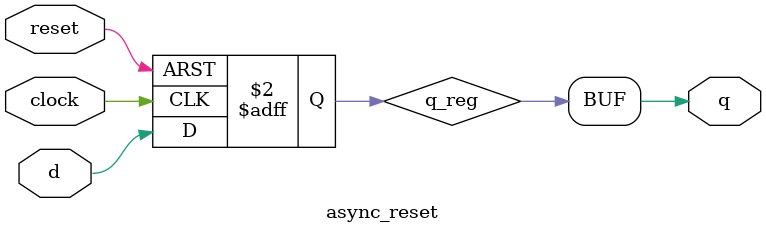
<source format=v>
module async_reset (
  input clock,
  input reset,
  input d,
  output q
);
  reg q_reg;

  always @ (posedge clock, posedge reset) begin
    if (reset) begin
      q_reg <= 1'b0;
    end else begin
      q_reg <= d;
    end
  end

  assign q = q_reg;

endmodule
</source>
